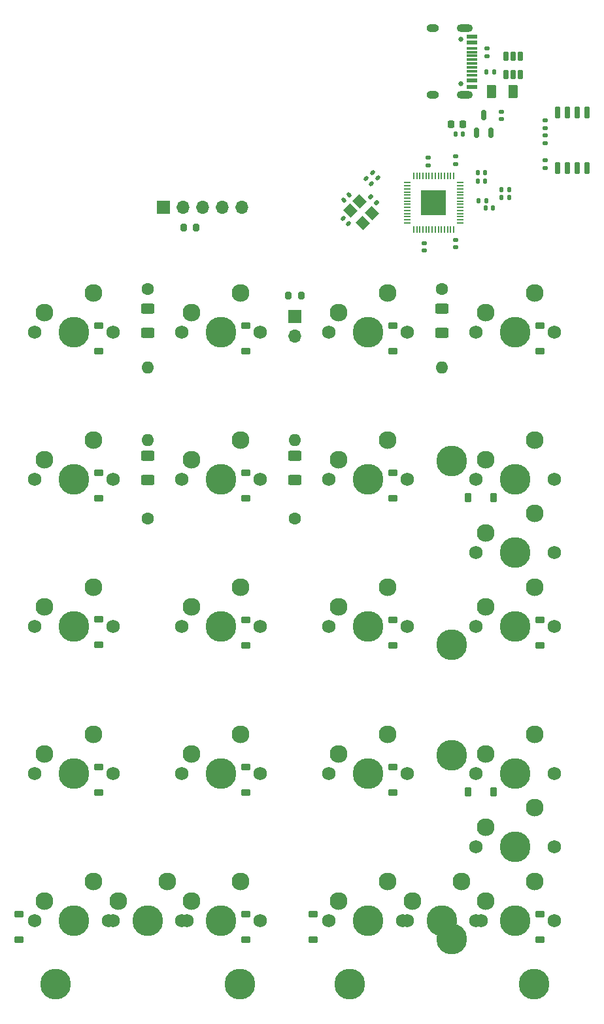
<source format=gbr>
%TF.GenerationSoftware,KiCad,Pcbnew,8.0.2*%
%TF.CreationDate,2025-04-27T21:29:10-07:00*%
%TF.ProjectId,t80-5700,7438302d-3537-4303-902e-6b696361645f,rev?*%
%TF.SameCoordinates,Original*%
%TF.FileFunction,Soldermask,Bot*%
%TF.FilePolarity,Negative*%
%FSLAX46Y46*%
G04 Gerber Fmt 4.6, Leading zero omitted, Abs format (unit mm)*
G04 Created by KiCad (PCBNEW 8.0.2) date 2025-04-27 21:29:10*
%MOMM*%
%LPD*%
G01*
G04 APERTURE LIST*
G04 Aperture macros list*
%AMRoundRect*
0 Rectangle with rounded corners*
0 $1 Rounding radius*
0 $2 $3 $4 $5 $6 $7 $8 $9 X,Y pos of 4 corners*
0 Add a 4 corners polygon primitive as box body*
4,1,4,$2,$3,$4,$5,$6,$7,$8,$9,$2,$3,0*
0 Add four circle primitives for the rounded corners*
1,1,$1+$1,$2,$3*
1,1,$1+$1,$4,$5*
1,1,$1+$1,$6,$7*
1,1,$1+$1,$8,$9*
0 Add four rect primitives between the rounded corners*
20,1,$1+$1,$2,$3,$4,$5,0*
20,1,$1+$1,$4,$5,$6,$7,0*
20,1,$1+$1,$6,$7,$8,$9,0*
20,1,$1+$1,$8,$9,$2,$3,0*%
%AMRotRect*
0 Rectangle, with rotation*
0 The origin of the aperture is its center*
0 $1 length*
0 $2 width*
0 $3 Rotation angle, in degrees counterclockwise*
0 Add horizontal line*
21,1,$1,$2,0,0,$3*%
G04 Aperture macros list end*
%ADD10C,1.750000*%
%ADD11C,3.987800*%
%ADD12C,2.300000*%
%ADD13R,1.700000X1.700000*%
%ADD14O,1.700000X1.700000*%
%ADD15RoundRect,0.140000X0.219203X0.021213X0.021213X0.219203X-0.219203X-0.021213X-0.021213X-0.219203X0*%
%ADD16RoundRect,0.225000X0.375000X-0.225000X0.375000X0.225000X-0.375000X0.225000X-0.375000X-0.225000X0*%
%ADD17RoundRect,0.140000X0.170000X-0.140000X0.170000X0.140000X-0.170000X0.140000X-0.170000X-0.140000X0*%
%ADD18RoundRect,0.140000X-0.170000X0.140000X-0.170000X-0.140000X0.170000X-0.140000X0.170000X0.140000X0*%
%ADD19RoundRect,0.135000X-0.185000X0.135000X-0.185000X-0.135000X0.185000X-0.135000X0.185000X0.135000X0*%
%ADD20RoundRect,0.140000X-0.140000X-0.170000X0.140000X-0.170000X0.140000X0.170000X-0.140000X0.170000X0*%
%ADD21C,1.600000*%
%ADD22O,1.600000X1.600000*%
%ADD23RoundRect,0.200000X-0.200000X-0.275000X0.200000X-0.275000X0.200000X0.275000X-0.200000X0.275000X0*%
%ADD24RoundRect,0.250000X-0.625000X0.400000X-0.625000X-0.400000X0.625000X-0.400000X0.625000X0.400000X0*%
%ADD25RoundRect,0.250000X0.625000X-0.400000X0.625000X0.400000X-0.625000X0.400000X-0.625000X-0.400000X0*%
%ADD26RoundRect,0.150000X-0.150000X0.650000X-0.150000X-0.650000X0.150000X-0.650000X0.150000X0.650000X0*%
%ADD27RoundRect,0.050000X0.050000X-0.387500X0.050000X0.387500X-0.050000X0.387500X-0.050000X-0.387500X0*%
%ADD28RoundRect,0.050000X0.387500X-0.050000X0.387500X0.050000X-0.387500X0.050000X-0.387500X-0.050000X0*%
%ADD29R,3.200000X3.200000*%
%ADD30RoundRect,0.135000X-0.135000X-0.185000X0.135000X-0.185000X0.135000X0.185000X-0.135000X0.185000X0*%
%ADD31RoundRect,0.150000X-0.150000X0.475000X-0.150000X-0.475000X0.150000X-0.475000X0.150000X0.475000X0*%
%ADD32RotRect,1.400000X1.200000X315.000000*%
%ADD33RoundRect,0.225000X-0.225000X-0.375000X0.225000X-0.375000X0.225000X0.375000X-0.225000X0.375000X0*%
%ADD34RoundRect,0.140000X-0.219203X-0.021213X-0.021213X-0.219203X0.219203X0.021213X0.021213X0.219203X0*%
%ADD35RoundRect,0.225000X0.225000X0.250000X-0.225000X0.250000X-0.225000X-0.250000X0.225000X-0.250000X0*%
%ADD36RoundRect,0.135000X-0.226274X-0.035355X-0.035355X-0.226274X0.226274X0.035355X0.035355X0.226274X0*%
%ADD37RoundRect,0.135000X0.135000X0.185000X-0.135000X0.185000X-0.135000X-0.185000X0.135000X-0.185000X0*%
%ADD38RoundRect,0.250000X-0.375000X-0.625000X0.375000X-0.625000X0.375000X0.625000X-0.375000X0.625000X0*%
%ADD39RoundRect,0.150000X0.150000X-0.512500X0.150000X0.512500X-0.150000X0.512500X-0.150000X-0.512500X0*%
%ADD40RoundRect,0.140000X0.021213X-0.219203X0.219203X-0.021213X-0.021213X0.219203X-0.219203X0.021213X0*%
%ADD41RoundRect,0.140000X0.140000X0.170000X-0.140000X0.170000X-0.140000X-0.170000X0.140000X-0.170000X0*%
%ADD42C,0.650000*%
%ADD43R,1.450000X0.600000*%
%ADD44R,1.450000X0.300000*%
%ADD45O,1.600000X1.000000*%
%ADD46O,2.100000X1.000000*%
G04 APERTURE END LIST*
D10*
%TO.C,MX4*%
X54451250Y-116681250D03*
D11*
X59531250Y-116681250D03*
D10*
X64611250Y-116681250D03*
D12*
X55721250Y-114141250D03*
X62071250Y-111601250D03*
%TD*%
D10*
%TO.C,MX10*%
X73501250Y-116681250D03*
D11*
X78581250Y-116681250D03*
D10*
X83661250Y-116681250D03*
D12*
X74771250Y-114141250D03*
X81121250Y-111601250D03*
%TD*%
D10*
%TO.C,MX9*%
X73501250Y-97631250D03*
D11*
X78581250Y-97631250D03*
D10*
X83661250Y-97631250D03*
D12*
X74771250Y-95091250D03*
X81121250Y-92551250D03*
%TD*%
D10*
%TO.C,MX3*%
X54451250Y-97631250D03*
D11*
X59531250Y-97631250D03*
D10*
X64611250Y-97631250D03*
D12*
X55721250Y-95091250D03*
X62071250Y-92551250D03*
%TD*%
D10*
%TO.C,MX8*%
X73501250Y-78581250D03*
D11*
X78581250Y-78581250D03*
D10*
X83661250Y-78581250D03*
D12*
X74771250Y-76041250D03*
X81121250Y-73501250D03*
%TD*%
D10*
%TO.C,MX23*%
X111601250Y-88106250D03*
D11*
X116681250Y-88106250D03*
D10*
X121761250Y-88106250D03*
D12*
X112871250Y-85566250D03*
X119221250Y-83026250D03*
%TD*%
D10*
%TO.C,MX1*%
X54451250Y-59531250D03*
D11*
X59531250Y-59531250D03*
D10*
X64611250Y-59531250D03*
D12*
X55721250Y-56991250D03*
X62071250Y-54451250D03*
%TD*%
D10*
%TO.C,MX20*%
X111601250Y-97631250D03*
D11*
X116681250Y-97631250D03*
D10*
X121761250Y-97631250D03*
D12*
X112871250Y-95091250D03*
X119221250Y-92551250D03*
%TD*%
D10*
%TO.C,MX24*%
X111601250Y-126206250D03*
D11*
X116681250Y-126206250D03*
D10*
X121761250Y-126206250D03*
D12*
X112871250Y-123666250D03*
X119221250Y-121126250D03*
%TD*%
D10*
%TO.C,MX18*%
X111601250Y-59531250D03*
D11*
X116681250Y-59531250D03*
D10*
X121761250Y-59531250D03*
D12*
X112871250Y-56991250D03*
X119221250Y-54451250D03*
%TD*%
D10*
%TO.C,MX11*%
X73501250Y-135731250D03*
D11*
X78581250Y-135731250D03*
D10*
X83661250Y-135731250D03*
D12*
X74771250Y-133191250D03*
X81121250Y-130651250D03*
%TD*%
D10*
%TO.C,MX12*%
X92551250Y-59531250D03*
D11*
X97631250Y-59531250D03*
D10*
X102711250Y-59531250D03*
D12*
X93821250Y-56991250D03*
X100171250Y-54451250D03*
%TD*%
D10*
%TO.C,MX21*%
X111601250Y-116681250D03*
D11*
X116681250Y-116681250D03*
D10*
X121761250Y-116681250D03*
D12*
X112871250Y-114141250D03*
X119221250Y-111601250D03*
%TD*%
D10*
%TO.C,MX14*%
X92551250Y-97631250D03*
D11*
X97631250Y-97631250D03*
D10*
X102711250Y-97631250D03*
D12*
X93821250Y-95091250D03*
X100171250Y-92551250D03*
%TD*%
D10*
%TO.C,MX16*%
X92551250Y-135731250D03*
D11*
X97631250Y-135731250D03*
D10*
X102711250Y-135731250D03*
D12*
X93821250Y-133191250D03*
X100171250Y-130651250D03*
%TD*%
D10*
%TO.C,MX17*%
X102076250Y-135731250D03*
D11*
X107156250Y-135731250D03*
D10*
X112236250Y-135731250D03*
D12*
X103346250Y-133191250D03*
X109696250Y-130651250D03*
%TD*%
D10*
%TO.C,MX5*%
X54451250Y-135731250D03*
D11*
X59531250Y-135731250D03*
D10*
X64611250Y-135731250D03*
D12*
X55721250Y-133191250D03*
X62071250Y-130651250D03*
%TD*%
D10*
%TO.C,MX2*%
X54451250Y-78581250D03*
D11*
X59531250Y-78581250D03*
D10*
X64611250Y-78581250D03*
D12*
X55721250Y-76041250D03*
X62071250Y-73501250D03*
%TD*%
D10*
%TO.C,MX15*%
X92551250Y-116681250D03*
D11*
X97631250Y-116681250D03*
D10*
X102711250Y-116681250D03*
D12*
X93821250Y-114141250D03*
X100171250Y-111601250D03*
%TD*%
D10*
%TO.C,MX22*%
X111601250Y-135731250D03*
D11*
X116681250Y-135731250D03*
D10*
X121761250Y-135731250D03*
D12*
X112871250Y-133191250D03*
X119221250Y-130651250D03*
%TD*%
D10*
%TO.C,MX13*%
X92551250Y-78581250D03*
D11*
X97631250Y-78581250D03*
D10*
X102711250Y-78581250D03*
D12*
X93821250Y-76041250D03*
X100171250Y-73501250D03*
%TD*%
D10*
%TO.C,MX6*%
X63976250Y-135731250D03*
D11*
X69056250Y-135731250D03*
D10*
X74136250Y-135731250D03*
D12*
X65246250Y-133191250D03*
X71596250Y-130651250D03*
%TD*%
D10*
%TO.C,MX19*%
X111601250Y-78581250D03*
D11*
X116681250Y-78581250D03*
D10*
X121761250Y-78581250D03*
D12*
X112871250Y-76041250D03*
X119221250Y-73501250D03*
%TD*%
D10*
%TO.C,MX7*%
X73501250Y-59531250D03*
D11*
X78581250Y-59531250D03*
D10*
X83661250Y-59531250D03*
D12*
X74771250Y-56991250D03*
X81121250Y-54451250D03*
%TD*%
D13*
%TO.C,BOOT1*%
X88106250Y-57562500D03*
D14*
X88106250Y-60102500D03*
%TD*%
D15*
%TO.C,C11*%
X98050000Y-40339411D03*
X97371178Y-39660589D03*
%TD*%
D16*
%TO.C,D10*%
X81756250Y-61975000D03*
X81756250Y-58675000D03*
%TD*%
D17*
%TO.C,C9*%
X108950000Y-37780000D03*
X108950000Y-36820000D03*
%TD*%
D18*
%TO.C,C6*%
X114900000Y-31020000D03*
X114900000Y-31980000D03*
%TD*%
D19*
%TO.C,R15*%
X113000000Y-22790000D03*
X113000000Y-23810000D03*
%TD*%
D20*
%TO.C,C5*%
X111820000Y-38900000D03*
X112780000Y-38900000D03*
%TD*%
D21*
%TO.C,R6*%
X69056250Y-54000000D03*
D22*
X69056250Y-64160000D03*
%TD*%
D23*
%TO.C,R12*%
X87275000Y-54800000D03*
X88925000Y-54800000D03*
%TD*%
D24*
%TO.C,R9*%
X88106250Y-75600000D03*
X88106250Y-78700000D03*
%TD*%
D16*
%TO.C,D17*%
X100806250Y-100075000D03*
X100806250Y-96775000D03*
%TD*%
D25*
%TO.C,R11*%
X107156250Y-59650000D03*
X107156250Y-56550000D03*
%TD*%
D16*
%TO.C,D14*%
X81756250Y-138175000D03*
X81756250Y-134875000D03*
%TD*%
D26*
%TO.C,U2*%
X122185000Y-31100000D03*
X123455000Y-31100000D03*
X124725000Y-31100000D03*
X125995000Y-31100000D03*
X125995000Y-38300000D03*
X124725000Y-38300000D03*
X123455000Y-38300000D03*
X122185000Y-38300000D03*
%TD*%
D16*
%TO.C,D7*%
X62706250Y-100012500D03*
X62706250Y-96712500D03*
%TD*%
D13*
%TO.C,J2*%
X71120000Y-43400000D03*
D14*
X73660000Y-43400000D03*
X76200000Y-43400000D03*
X78740000Y-43400000D03*
X81280000Y-43400000D03*
%TD*%
D16*
%TO.C,D9*%
X52387500Y-138175000D03*
X52387500Y-134875000D03*
%TD*%
%TO.C,D18*%
X100806250Y-119125000D03*
X100806250Y-115825000D03*
%TD*%
%TO.C,D15*%
X100806250Y-61975000D03*
X100806250Y-58675000D03*
%TD*%
D27*
%TO.C,U1*%
X108700000Y-46237500D03*
X108300000Y-46237500D03*
X107900000Y-46237500D03*
X107500000Y-46237500D03*
X107100000Y-46237500D03*
X106700000Y-46237500D03*
X106300000Y-46237500D03*
X105900000Y-46237500D03*
X105500000Y-46237500D03*
X105100000Y-46237500D03*
X104700000Y-46237500D03*
X104300000Y-46237500D03*
X103900000Y-46237500D03*
X103500000Y-46237500D03*
D28*
X102662500Y-45400000D03*
X102662500Y-45000000D03*
X102662500Y-44600000D03*
X102662500Y-44200000D03*
X102662500Y-43800000D03*
X102662500Y-43400000D03*
X102662500Y-43000000D03*
X102662500Y-42600000D03*
X102662500Y-42200000D03*
X102662500Y-41800000D03*
X102662500Y-41400000D03*
X102662500Y-41000000D03*
X102662500Y-40600000D03*
X102662500Y-40200000D03*
D27*
X103500000Y-39362500D03*
X103900000Y-39362500D03*
X104300000Y-39362500D03*
X104700000Y-39362500D03*
X105100000Y-39362500D03*
X105500000Y-39362500D03*
X105900000Y-39362500D03*
X106300000Y-39362500D03*
X106700000Y-39362500D03*
X107100000Y-39362500D03*
X107500000Y-39362500D03*
X107900000Y-39362500D03*
X108300000Y-39362500D03*
X108700000Y-39362500D03*
D28*
X109537500Y-40200000D03*
X109537500Y-40600000D03*
X109537500Y-41000000D03*
X109537500Y-41400000D03*
X109537500Y-41800000D03*
X109537500Y-42200000D03*
X109537500Y-42600000D03*
X109537500Y-43000000D03*
X109537500Y-43400000D03*
X109537500Y-43800000D03*
X109537500Y-44200000D03*
X109537500Y-44600000D03*
X109537500Y-45000000D03*
X109537500Y-45400000D03*
D29*
X106100000Y-42800000D03*
%TD*%
D30*
%TO.C,R3*%
X114890000Y-41100000D03*
X115910000Y-41100000D03*
%TD*%
D16*
%TO.C,D20*%
X119856250Y-61975000D03*
X119856250Y-58675000D03*
%TD*%
%TO.C,D22*%
X119856250Y-100075000D03*
X119856250Y-96775000D03*
%TD*%
D20*
%TO.C,C2*%
X112820000Y-43500000D03*
X113780000Y-43500000D03*
%TD*%
D31*
%TO.C,U4*%
X115423108Y-23809206D03*
X116373108Y-23809206D03*
X117323108Y-23809206D03*
X117323108Y-26159206D03*
X116373108Y-26159206D03*
X115423108Y-26159206D03*
%TD*%
D11*
%TO.C,S2*%
X119062500Y-143986250D03*
X95250000Y-143986250D03*
%TD*%
D32*
%TO.C,Y1*%
X96523223Y-42621142D03*
X98078858Y-44176777D03*
X96876777Y-45378858D03*
X95321142Y-43823223D03*
%TD*%
D33*
%TO.C,D21*%
X110550000Y-81000000D03*
X113850000Y-81000000D03*
%TD*%
D21*
%TO.C,R10*%
X107156250Y-54000000D03*
D22*
X107156250Y-64160000D03*
%TD*%
D17*
%TO.C,C7*%
X105350000Y-37950000D03*
X105350000Y-36990000D03*
%TD*%
D24*
%TO.C,R5*%
X69056250Y-75600000D03*
X69056250Y-78700000D03*
%TD*%
D16*
%TO.C,D12*%
X81756250Y-100075000D03*
X81756250Y-96775000D03*
%TD*%
D11*
%TO.C,S4*%
X108426250Y-100012500D03*
X108426250Y-76200000D03*
%TD*%
D34*
%TO.C,C14*%
X94360589Y-44860589D03*
X95039411Y-45539411D03*
%TD*%
D35*
%TO.C,C4*%
X109875000Y-32600000D03*
X108325000Y-32600000D03*
%TD*%
D21*
%TO.C,R4*%
X69056250Y-83661250D03*
D22*
X69056250Y-73501250D03*
%TD*%
D16*
%TO.C,D6*%
X62706250Y-81025000D03*
X62706250Y-77725000D03*
%TD*%
D15*
%TO.C,C3*%
X98839411Y-39539411D03*
X98160589Y-38860589D03*
%TD*%
D36*
%TO.C,R17*%
X97939376Y-42039376D03*
X98660624Y-42760624D03*
%TD*%
D25*
%TO.C,R7*%
X69056250Y-59650000D03*
X69056250Y-56550000D03*
%TD*%
D33*
%TO.C,D23*%
X110550000Y-119100000D03*
X113850000Y-119100000D03*
%TD*%
D19*
%TO.C,R13*%
X120500000Y-34090000D03*
X120500000Y-35110000D03*
%TD*%
D17*
%TO.C,C8*%
X120500000Y-38280000D03*
X120500000Y-37320000D03*
%TD*%
D19*
%TO.C,R14*%
X120500000Y-32090000D03*
X120500000Y-33110000D03*
%TD*%
D30*
%TO.C,R16*%
X112890000Y-25900000D03*
X113910000Y-25900000D03*
%TD*%
D16*
%TO.C,D5*%
X62706250Y-61975000D03*
X62706250Y-58675000D03*
%TD*%
D18*
%TO.C,C13*%
X104880000Y-48020000D03*
X104880000Y-48980000D03*
%TD*%
D21*
%TO.C,R8*%
X88106250Y-83661250D03*
D22*
X88106250Y-73501250D03*
%TD*%
D18*
%TO.C,C16*%
X108910000Y-47620000D03*
X108910000Y-48580000D03*
%TD*%
D16*
%TO.C,D8*%
X62706250Y-119125000D03*
X62706250Y-115825000D03*
%TD*%
D20*
%TO.C,C1*%
X111820000Y-40000000D03*
X112780000Y-40000000D03*
%TD*%
D16*
%TO.C,D11*%
X81756250Y-81025000D03*
X81756250Y-77725000D03*
%TD*%
D11*
%TO.C,S3*%
X108426250Y-138112500D03*
X108426250Y-114300000D03*
%TD*%
D23*
%TO.C,R1*%
X73675000Y-46000000D03*
X75325000Y-46000000D03*
%TD*%
D20*
%TO.C,C12*%
X111920000Y-42500000D03*
X112880000Y-42500000D03*
%TD*%
D37*
%TO.C,R2*%
X115910000Y-42100000D03*
X114890000Y-42100000D03*
%TD*%
D38*
%TO.C,F1*%
X113600000Y-28400000D03*
X116400000Y-28400000D03*
%TD*%
D39*
%TO.C,U3*%
X113550000Y-33737500D03*
X111650000Y-33737500D03*
X112600000Y-31462500D03*
%TD*%
D16*
%TO.C,D13*%
X81756250Y-119125000D03*
X81756250Y-115825000D03*
%TD*%
%TO.C,D24*%
X119856250Y-138175000D03*
X119856250Y-134875000D03*
%TD*%
%TO.C,D19*%
X90487500Y-138175000D03*
X90487500Y-134875000D03*
%TD*%
D11*
%TO.C,S1*%
X80962500Y-143986250D03*
X57150000Y-143986250D03*
%TD*%
D40*
%TO.C,C15*%
X94460589Y-42439411D03*
X95139411Y-41760589D03*
%TD*%
D16*
%TO.C,D16*%
X100806250Y-81025000D03*
X100806250Y-77725000D03*
%TD*%
D41*
%TO.C,C10*%
X109880000Y-33900000D03*
X108920000Y-33900000D03*
%TD*%
D42*
%TO.C,J1*%
X109590000Y-27421200D03*
X109590000Y-21641200D03*
D43*
X111035000Y-27781200D03*
X111035000Y-26981200D03*
D44*
X111035000Y-25781200D03*
X111035000Y-24781200D03*
X111035000Y-24281200D03*
X111035000Y-23281200D03*
D43*
X111035000Y-22081200D03*
X111035000Y-21281200D03*
X111035000Y-21281200D03*
X111035000Y-22081200D03*
D44*
X111035000Y-22781200D03*
X111035000Y-23781200D03*
X111035000Y-25281200D03*
X111035000Y-26281200D03*
D43*
X111035000Y-26981200D03*
X111035000Y-27781200D03*
D45*
X105940000Y-28851200D03*
D46*
X110120000Y-28851200D03*
D45*
X105940000Y-20211200D03*
D46*
X110120000Y-20211200D03*
%TD*%
M02*

</source>
